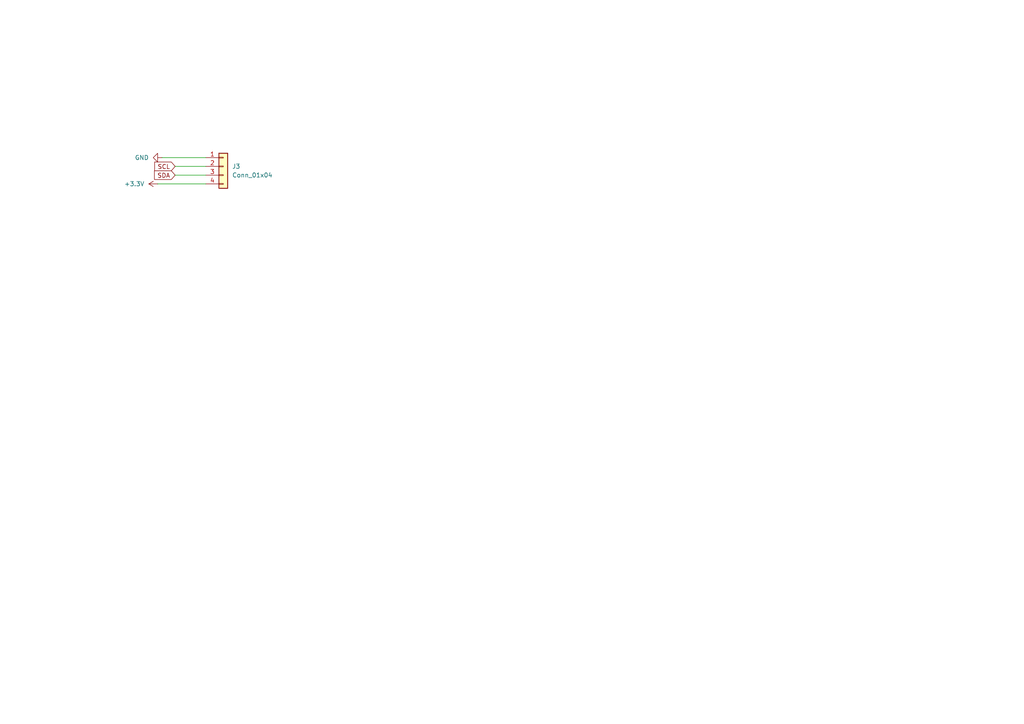
<source format=kicad_sch>
(kicad_sch (version 20250114) (generator "eeschema") (generator_version "9.0")
  (paper "A4")
  (lib_symbols
    (symbol "Connector_Generic:Conn_01x04" (pin_names (offset 1.016) (hide yes))
      (property "Reference" "J" (at 0 5.08 0))
      (property "Value" "Conn_01x04" (at 0 -7.62 0))
      (symbol "Conn_01x04_1_1"
        (rectangle (start -1.27 3.81) (end 1.27 -6.35) (stroke (width 0.254)) (fill (type background)))
        (rectangle (start -1.27 2.667) (end 0 2.413) (stroke (width 0.1524)))
        (rectangle (start -1.27 0.127) (end 0 -0.127) (stroke (width 0.1524)))
        (rectangle (start -1.27 -2.413) (end 0 -2.667) (stroke (width 0.1524)))
        (rectangle (start -1.27 -4.953) (end 0 -5.207) (stroke (width 0.1524)))
        (pin passive line (at -5.08 2.54 0) (length 3.81) (name "Pin_1") (number "1"))
        (pin passive line (at -5.08 0 0) (length 3.81) (name "Pin_2") (number "2"))
        (pin passive line (at -5.08 -2.54 0) (length 3.81) (name "Pin_3") (number "3"))
        (pin passive line (at -5.08 -5.08 0) (length 3.81) (name "Pin_4") (number "4"))
      )
    )
    (symbol "power:+3.3V" (power) (pin_numbers (hide yes)) (pin_names (offset 0) (hide yes))
      (property "Value" "+3.3V" (at 0 3.556 0))
      (symbol "+3.3V_0_1"
        (polyline (pts (xy -0.762 1.27) (xy 0 2.54)))
        (polyline (pts (xy 0 2.54) (xy 0.762 1.27)))
        (polyline (pts (xy 0 0) (xy 0 2.54)))
      )
      (symbol "+3.3V_1_1"
        (pin power_in line (at 0 0 90) (length 0) (name "~") (number "1"))
      )
    )
    (symbol "power:GND" (power) (pin_numbers (hide yes)) (pin_names (offset 0) (hide yes))
      (property "Value" "GND" (at 0 -3.81 0))
      (symbol "GND_0_1"
        (polyline (pts (xy 0 0) (xy 0 -1.27) (xy 1.27 -1.27) (xy 0 -2.54) (xy -1.27 -1.27) (xy 0 -1.27)))
      )
      (symbol "GND_1_1"
        (pin power_in line (at 0 0 270) (length 0) (name "~") (number "1"))
      )
    )
  )
  (wire (pts (xy 50.8 50.8) (xy 59.69 50.8)))
  (wire (pts (xy 45.72 53.34) (xy 59.69 53.34)))
  (wire (pts (xy 46.99 45.72) (xy 59.69 45.72)))
  (wire (pts (xy 50.8 48.26) (xy 59.69 48.26)))
  (global_label "SDA" (shape input) (at 50.8 50.8 180) (property "Intersheetrefs" "${INTERSHEET_REFS}" (effects (hide yes))))
  (global_label "SCL" (shape input) (at 50.8 48.26 180) (property "Intersheetrefs" "${INTERSHEET_REFS}" (effects (hide yes))))
  (symbol (lib_id "power:GND") (at 46.99 45.72 270) (unit 1)
    (property "Reference" "#PWR06" (effects (hide yes)))
    (property "Value" "GND" (at 43.18 45.7199 90) (effects (justify right)))
    (property "Description" "Power symbol creates a global label with name \"GND\" , ground" (effects (hide yes)))
  )
  (symbol (lib_id "Connector_Generic:Conn_01x04") (at 64.77 48.26 0) (unit 1)
    (property "Reference" "J3" (at 67.31 48.2599 0) (effects (justify left)))
    (property "Value" "Conn_01x04" (at 67.31 50.7999 0) (effects (justify left)))
    (property "Footprint" "Connector:GenericPad_01x04" (effects (hide yes)))
    (property "Description" "Generic connector, single row, 01x04, script generated (kicad-library-utils/schlib/autogen/connector/)" (effects (hide yes)))
  )
  (symbol (lib_id "power:+3.3V") (at 45.72 53.34 90) (unit 1)
    (property "Reference" "#PWR07" (effects (hide yes)))
    (property "Value" "+3.3V" (at 41.91 53.3399 90) (effects (justify left)))
    (property "Description" "Power symbol creates a global label with name \"+3.3V\"" (effects (hide yes)))
  )
)
</source>
